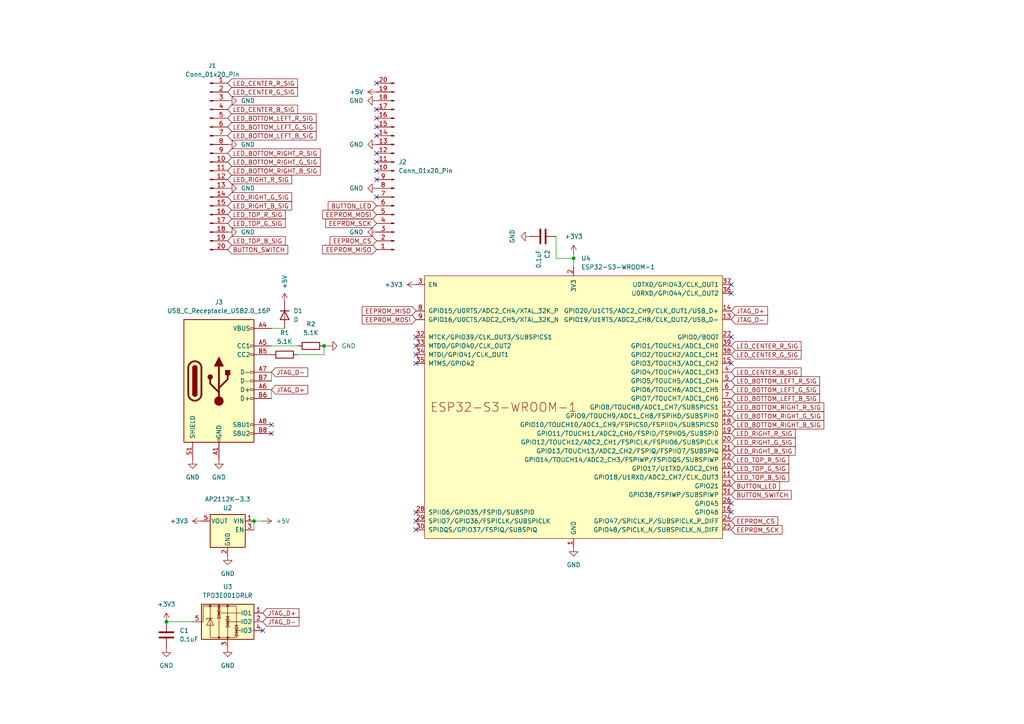
<source format=kicad_sch>
(kicad_sch (version 20231120) (generator "eeschema") (generator_version "8.0")
  (paper "A4")
  (lib_symbols
    (symbol "Connector:Conn_01x20_Pin" (pin_names (offset 1.016) hide)
      (property "Reference" "J" (at 0 25.4 0))
      (property "Value" "Conn_01x20_Pin" (at 0 -27.94 0))
      (symbol "Conn_01x20_Pin_1_1"
        (polyline (pts (xy 1.27 -25.4) (xy 0.8636 -25.4)) (stroke (width 0.1524)))
        (polyline (pts (xy 1.27 -22.86) (xy 0.8636 -22.86)) (stroke (width 0.1524)))
        (polyline (pts (xy 1.27 -20.32) (xy 0.8636 -20.32)) (stroke (width 0.1524)))
        (polyline (pts (xy 1.27 -17.78) (xy 0.8636 -17.78)) (stroke (width 0.1524)))
        (polyline (pts (xy 1.27 -15.24) (xy 0.8636 -15.24)) (stroke (width 0.1524)))
        (polyline (pts (xy 1.27 -12.7) (xy 0.8636 -12.7)) (stroke (width 0.1524)))
        (polyline (pts (xy 1.27 -10.16) (xy 0.8636 -10.16)) (stroke (width 0.1524)))
        (polyline (pts (xy 1.27 -7.62) (xy 0.8636 -7.62)) (stroke (width 0.1524)))
        (polyline (pts (xy 1.27 -5.08) (xy 0.8636 -5.08)) (stroke (width 0.1524)))
        (polyline (pts (xy 1.27 -2.54) (xy 0.8636 -2.54)) (stroke (width 0.1524)))
        (polyline (pts (xy 1.27 0) (xy 0.8636 0)) (stroke (width 0.1524)))
        (polyline (pts (xy 1.27 2.54) (xy 0.8636 2.54)) (stroke (width 0.1524)))
        (polyline (pts (xy 1.27 5.08) (xy 0.8636 5.08)) (stroke (width 0.1524)))
        (polyline (pts (xy 1.27 7.62) (xy 0.8636 7.62)) (stroke (width 0.1524)))
        (polyline (pts (xy 1.27 10.16) (xy 0.8636 10.16)) (stroke (width 0.1524)))
        (polyline (pts (xy 1.27 12.7) (xy 0.8636 12.7)) (stroke (width 0.1524)))
        (polyline (pts (xy 1.27 15.24) (xy 0.8636 15.24)) (stroke (width 0.1524)))
        (polyline (pts (xy 1.27 17.78) (xy 0.8636 17.78)) (stroke (width 0.1524)))
        (polyline (pts (xy 1.27 20.32) (xy 0.8636 20.32)) (stroke (width 0.1524)))
        (polyline (pts (xy 1.27 22.86) (xy 0.8636 22.86)) (stroke (width 0.1524)))
        (rectangle (start 0.8636 -25.273) (end 0 -25.527) (stroke (width 0.1524)) (fill (type outline)))
        (rectangle (start 0.8636 -22.733) (end 0 -22.987) (stroke (width 0.1524)) (fill (type outline)))
        (rectangle (start 0.8636 -20.193) (end 0 -20.447) (stroke (width 0.1524)) (fill (type outline)))
        (rectangle (start 0.8636 -17.653) (end 0 -17.907) (stroke (width 0.1524)) (fill (type outline)))
        (rectangle (start 0.8636 -15.113) (end 0 -15.367) (stroke (width 0.1524)) (fill (type outline)))
        (rectangle (start 0.8636 -12.573) (end 0 -12.827) (stroke (width 0.1524)) (fill (type outline)))
        (rectangle (start 0.8636 -10.033) (end 0 -10.287) (stroke (width 0.1524)) (fill (type outline)))
        (rectangle (start 0.8636 -7.493) (end 0 -7.747) (stroke (width 0.1524)) (fill (type outline)))
        (rectangle (start 0.8636 -4.953) (end 0 -5.207) (stroke (width 0.1524)) (fill (type outline)))
        (rectangle (start 0.8636 -2.413) (end 0 -2.667) (stroke (width 0.1524)) (fill (type outline)))
        (rectangle (start 0.8636 0.127) (end 0 -0.127) (stroke (width 0.1524)) (fill (type outline)))
        (rectangle (start 0.8636 2.667) (end 0 2.413) (stroke (width 0.1524)) (fill (type outline)))
        (rectangle (start 0.8636 5.207) (end 0 4.953) (stroke (width 0.1524)) (fill (type outline)))
        (rectangle (start 0.8636 7.747) (end 0 7.493) (stroke (width 0.1524)) (fill (type outline)))
        (rectangle (start 0.8636 10.287) (end 0 10.033) (stroke (width 0.1524)) (fill (type outline)))
        (rectangle (start 0.8636 12.827) (end 0 12.573) (stroke (width 0.1524)) (fill (type outline)))
        (rectangle (start 0.8636 15.367) (end 0 15.113) (stroke (width 0.1524)) (fill (type outline)))
        (rectangle (start 0.8636 17.907) (end 0 17.653) (stroke (width 0.1524)) (fill (type outline)))
        (rectangle (start 0.8636 20.447) (end 0 20.193) (stroke (width 0.1524)) (fill (type outline)))
        (rectangle (start 0.8636 22.987) (end 0 22.733) (stroke (width 0.1524)) (fill (type outline)))
        (pin passive line (at 5.08 22.86 180) (length 3.81) (name "Pin_1") (number "1"))
        (pin passive line (at 5.08 0 180) (length 3.81) (name "Pin_10") (number "10"))
        (pin passive line (at 5.08 -2.54 180) (length 3.81) (name "Pin_11") (number "11"))
        (pin passive line (at 5.08 -5.08 180) (length 3.81) (name "Pin_12") (number "12"))
        (pin passive line (at 5.08 -7.62 180) (length 3.81) (name "Pin_13") (number "13"))
        (pin passive line (at 5.08 -10.16 180) (length 3.81) (name "Pin_14") (number "14"))
        (pin passive line (at 5.08 -12.7 180) (length 3.81) (name "Pin_15") (number "15"))
        (pin passive line (at 5.08 -15.24 180) (length 3.81) (name "Pin_16") (number "16"))
        (pin passive line (at 5.08 -17.78 180) (length 3.81) (name "Pin_17") (number "17"))
        (pin passive line (at 5.08 -20.32 180) (length 3.81) (name "Pin_18") (number "18"))
        (pin passive line (at 5.08 -22.86 180) (length 3.81) (name "Pin_19") (number "19"))
        (pin passive line (at 5.08 20.32 180) (length 3.81) (name "Pin_2") (number "2"))
        (pin passive line (at 5.08 -25.4 180) (length 3.81) (name "Pin_20") (number "20"))
        (pin passive line (at 5.08 17.78 180) (length 3.81) (name "Pin_3") (number "3"))
        (pin passive line (at 5.08 15.24 180) (length 3.81) (name "Pin_4") (number "4"))
        (pin passive line (at 5.08 12.7 180) (length 3.81) (name "Pin_5") (number "5"))
        (pin passive line (at 5.08 10.16 180) (length 3.81) (name "Pin_6") (number "6"))
        (pin passive line (at 5.08 7.62 180) (length 3.81) (name "Pin_7") (number "7"))
        (pin passive line (at 5.08 5.08 180) (length 3.81) (name "Pin_8") (number "8"))
        (pin passive line (at 5.08 2.54 180) (length 3.81) (name "Pin_9") (number "9"))
      )
    )
    (symbol "Connector:USB_C_Receptacle_USB2.0_16P" (pin_names (offset 1.016))
      (property "Reference" "J" (at 0 22.225 0))
      (property "Value" "USB_C_Receptacle_USB2.0_16P" (at 0 19.685 0))
      (symbol "USB_C_Receptacle_USB2.0_16P_0_0"
        (rectangle (start -0.254 -17.78) (end 0.254 -16.764))
        (rectangle (start 10.16 -14.986) (end 9.144 -15.494))
        (rectangle (start 10.16 -12.446) (end 9.144 -12.954))
        (rectangle (start 10.16 -4.826) (end 9.144 -5.334))
        (rectangle (start 10.16 -2.286) (end 9.144 -2.794))
        (rectangle (start 10.16 0.254) (end 9.144 -0.254))
        (rectangle (start 10.16 2.794) (end 9.144 2.286))
        (rectangle (start 10.16 7.874) (end 9.144 7.366))
        (rectangle (start 10.16 10.414) (end 9.144 9.906))
        (rectangle (start 10.16 15.494) (end 9.144 14.986))
      )
      (symbol "USB_C_Receptacle_USB2.0_16P_0_1"
        (rectangle (start -10.16 17.78) (end 10.16 -17.78) (stroke (width 0.254)) (fill (type background)))
        (arc (start -8.89 -3.81) (mid -6.985 -5.7067) (end -5.08 -3.81) (stroke (width 0.508)))
        (arc (start -7.62 -3.81) (mid -6.985 -4.4423) (end -6.35 -3.81) (stroke (width 0.254)))
        (arc (start -7.62 -3.81) (mid -6.985 -4.4423) (end -6.35 -3.81) (stroke (width 0.254)) (fill (type outline)))
        (rectangle (start -7.62 -3.81) (end -6.35 3.81) (stroke (width 0.254)) (fill (type outline)))
        (arc (start -6.35 3.81) (mid -6.985 4.4423) (end -7.62 3.81) (stroke (width 0.254)))
        (arc (start -6.35 3.81) (mid -6.985 4.4423) (end -7.62 3.81) (stroke (width 0.254)) (fill (type outline)))
        (arc (start -5.08 3.81) (mid -6.985 5.7067) (end -8.89 3.81) (stroke (width 0.508)))
        (circle (center -2.54 1.143) (radius 0.635) (stroke (width 0.254)) (fill (type outline)))
        (circle (center 0 -5.842) (radius 1.27) (fill (type outline)))
        (polyline (pts (xy -8.89 -3.81) (xy -8.89 3.81)) (stroke (width 0.508)))
        (polyline (pts (xy -5.08 3.81) (xy -5.08 -3.81)) (stroke (width 0.508)))
        (polyline (pts (xy 0 -5.842) (xy 0 4.318)) (stroke (width 0.508)))
        (polyline (pts (xy 0 -3.302) (xy -2.54 -0.762) (xy -2.54 0.508)) (stroke (width 0.508)))
        (polyline (pts (xy 0 -2.032) (xy 2.54 0.508) (xy 2.54 1.778)) (stroke (width 0.508)))
        (polyline (pts (xy -1.27 4.318) (xy 0 6.858) (xy 1.27 4.318) (xy -1.27 4.318)) (stroke (width 0.254)) (fill (type outline)))
        (rectangle (start 1.905 1.778) (end 3.175 3.048) (stroke (width 0.254)) (fill (type outline)))
      )
      (symbol "USB_C_Receptacle_USB2.0_16P_1_1"
        (pin passive line (at 0 -22.86 90) (length 5.08) (name "GND") (number "A1"))
        (pin passive line (at 0 -22.86 90) (length 5.08) hide (name "GND") (number "A12"))
        (pin passive line (at 15.24 15.24 180) (length 5.08) (name "VBUS") (number "A4"))
        (pin bidirectional line (at 15.24 10.16 180) (length 5.08) (name "CC1") (number "A5"))
        (pin bidirectional line (at 15.24 -2.54 180) (length 5.08) (name "D+") (number "A6"))
        (pin bidirectional line (at 15.24 2.54 180) (length 5.08) (name "D-") (number "A7"))
        (pin bidirectional line (at 15.24 -12.7 180) (length 5.08) (name "SBU1") (number "A8"))
        (pin passive line (at 15.24 15.24 180) (length 5.08) hide (name "VBUS") (number "A9"))
        (pin passive line (at 0 -22.86 90) (length 5.08) hide (name "GND") (number "B1"))
        (pin passive line (at 0 -22.86 90) (length 5.08) hide (name "GND") (number "B12"))
        (pin passive line (at 15.24 15.24 180) (length 5.08) hide (name "VBUS") (number "B4"))
        (pin bidirectional line (at 15.24 7.62 180) (length 5.08) (name "CC2") (number "B5"))
        (pin bidirectional line (at 15.24 -5.08 180) (length 5.08) (name "D+") (number "B6"))
        (pin bidirectional line (at 15.24 0 180) (length 5.08) (name "D-") (number "B7"))
        (pin bidirectional line (at 15.24 -15.24 180) (length 5.08) (name "SBU2") (number "B8"))
        (pin passive line (at 15.24 15.24 180) (length 5.08) hide (name "VBUS") (number "B9"))
        (pin passive line (at -7.62 -22.86 90) (length 5.08) (name "SHIELD") (number "S1"))
      )
    )
    (symbol "Device:C" (pin_numbers hide) (pin_names (offset 0.254))
      (property "Reference" "C" (at 0.635 2.54 0))
      (property "Value" "C" (at 0.635 -2.54 0))
      (symbol "C_0_1"
        (polyline (pts (xy -2.032 -0.762) (xy 2.032 -0.762)) (stroke (width 0.508)))
        (polyline (pts (xy -2.032 0.762) (xy 2.032 0.762)) (stroke (width 0.508)))
      )
      (symbol "C_1_1"
        (pin passive line (at 0 3.81 270) (length 2.794) (name "~") (number "1"))
        (pin passive line (at 0 -3.81 90) (length 2.794) (name "~") (number "2"))
      )
    )
    (symbol "Device:D" (pin_numbers hide) (pin_names (offset 1.016) hide)
      (property "Reference" "D" (at 0 2.54 0))
      (property "Value" "D" (at 0 -2.54 0))
      (symbol "D_0_1"
        (polyline (pts (xy -1.27 1.27) (xy -1.27 -1.27)) (stroke (width 0.254)))
        (polyline (pts (xy 1.27 0) (xy -1.27 0)))
        (polyline (pts (xy 1.27 1.27) (xy 1.27 -1.27) (xy -1.27 0) (xy 1.27 1.27)) (stroke (width 0.254)))
      )
      (symbol "D_1_1"
        (pin passive line (at -3.81 0 0) (length 2.54) (name "K") (number "1"))
        (pin passive line (at 3.81 0 180) (length 2.54) (name "A") (number "2"))
      )
    )
    (symbol "Device:R" (pin_numbers hide) (pin_names (offset 0))
      (property "Reference" "R" (at 2.032 0 90))
      (property "Value" "R" (at 0 0 90))
      (symbol "R_0_1"
        (rectangle (start -1.016 -2.54) (end 1.016 2.54) (stroke (width 0.254)))
      )
      (symbol "R_1_1"
        (pin passive line (at 0 3.81 270) (length 1.27) (name "~") (number "1"))
        (pin passive line (at 0 -3.81 90) (length 1.27) (name "~") (number "2"))
      )
    )
    (symbol "PCM_Espressif:ESP32-S3-WROOM-1" (pin_names (offset 1.016))
      (property "Reference" "U" (at -43.18 43.18 0))
      (property "Value" "ESP32-S3-WROOM-1" (at -43.18 40.64 0))
      (symbol "ESP32-S3-WROOM-1_0_0"
        (text "ESP32-S3-WROOM-1" (at -20.32 0 0) (effects (font (size 2.54 2.54))))
        (pin power_in line (at 0 -40.64 90) (length 2.54) (name "GND") (number "1"))
        (pin bidirectional line (at 45.72 -17.78 180) (length 2.54) (name "GPIO17/U1TXD/ADC2_CH6") (number "10"))
        (pin bidirectional line (at 45.72 -20.32 180) (length 2.54) (name "GPIO18/U1RXD/ADC2_CH7/CLK_OUT3") (number "11"))
        (pin bidirectional line (at 45.72 0 180) (length 2.54) (name "GPIO8/TOUCH8/ADC1_CH7/SUBSPICS1") (number "12"))
        (pin bidirectional line (at 45.72 25.4 180) (length 2.54) (name "GPIO19/U1RTS/ADC2_CH8/CLK_OUT2/USB_D-") (number "13"))
        (pin bidirectional line (at 45.72 27.94 180) (length 2.54) (name "GPIO20/U1CTS/ADC2_CH9/CLK_OUT1/USB_D+") (number "14"))
        (pin bidirectional line (at 45.72 12.7 180) (length 2.54) (name "GPIO3/TOUCH3/ADC1_CH2") (number "15"))
        (pin bidirectional line (at 45.72 -30.48 180) (length 2.54) (name "GPIO46") (number "16"))
        (pin bidirectional line (at 45.72 -2.54 180) (length 2.54) (name "GPIO9/TOUCH9/ADC1_CH8/FSPIHD/SUBSPIHD") (number "17"))
        (pin bidirectional line (at 45.72 -5.08 180) (length 2.54) (name "GPIO10/TOUCH10/ADC1_CH9/FSPICS0/FSPIIO4/SUBSPICS0") (number "18"))
        (pin bidirectional line (at 45.72 -7.62 180) (length 2.54) (name "GPIO11/TOUCH11/ADC2_CH0/FSPID/FSPIIO5/SUBSPID") (number "19"))
        (pin power_in line (at 0 40.64 270) (length 2.54) (name "3V3") (number "2"))
        (pin bidirectional line (at 45.72 -10.16 180) (length 2.54) (name "GPIO12/TOUCH12/ADC2_CH1/FSPICLK/FSPIIO6/SUBSPICLK") (number "20"))
        (pin bidirectional line (at 45.72 -12.7 180) (length 2.54) (name "GPIO13/TOUCH13/ADC2_CH2/FSPIQ/FSPIIO7/SUBSPIQ") (number "21"))
        (pin bidirectional line (at 45.72 -15.24 180) (length 2.54) (name "GPIO14/TOUCH14/ADC2_CH3/FSPIWP/FSPIDQS/SUBSPIWP") (number "22"))
        (pin bidirectional line (at 45.72 -22.86 180) (length 2.54) (name "GPIO21") (number "23"))
        (pin bidirectional line (at 45.72 -33.02 180) (length 2.54) (name "GPIO47/SPICLK_P/SUBSPICLK_P_DIFF") (number "24"))
        (pin bidirectional line (at 45.72 -35.56 180) (length 2.54) (name "GPIO48/SPICLK_N/SUBSPICLK_N_DIFF") (number "25"))
        (pin bidirectional line (at 45.72 -27.94 180) (length 2.54) (name "GPIO45") (number "26"))
        (pin bidirectional line (at 45.72 20.32 180) (length 2.54) (name "GPIO0/BOOT") (number "27"))
        (pin bidirectional line (at -45.72 -30.48 0) (length 2.54) (name "SPIIO6/GPIO35/FSPID/SUBSPID") (number "28"))
        (pin bidirectional line (at -45.72 -33.02 0) (length 2.54) (name "SPIIO7/GPIO36/FSPICLK/SUBSPICLK") (number "29"))
        (pin input line (at -45.72 35.56 0) (length 2.54) (name "EN") (number "3"))
        (pin bidirectional line (at -45.72 -35.56 0) (length 2.54) (name "SPIDQS/GPIO37/FSPIQ/SUBSPIQ") (number "30"))
        (pin bidirectional line (at 45.72 -25.4 180) (length 2.54) (name "GPIO38/FSPIWP/SUBSPIWP") (number "31"))
        (pin bidirectional line (at -45.72 20.32 0) (length 2.54) (name "MTCK/GPIO39/CLK_OUT3/SUBSPICS1") (number "32"))
        (pin bidirectional line (at -45.72 17.78 0) (length 2.54) (name "MTDO/GPIO40/CLK_OUT2") (number "33"))
        (pin bidirectional line (at -45.72 15.24 0) (length 2.54) (name "MTDI/GPIO41/CLK_OUT1") (number "34"))
        (pin bidirectional line (at -45.72 12.7 0) (length 2.54) (name "MTMS/GPIO42") (number "35"))
        (pin bidirectional line (at 45.72 33.02 180) (length 2.54) (name "U0RXD/GPIO44/CLK_OUT2") (number "36"))
        (pin bidirectional line (at 45.72 35.56 180) (length 2.54) (name "U0TXD/GPIO43/CLK_OUT1") (number "37"))
        (pin bidirectional line (at 45.72 15.24 180) (length 2.54) (name "GPIO2/TOUCH2/ADC1_CH1") (number "38"))
        (pin bidirectional line (at 45.72 17.78 180) (length 2.54) (name "GPIO1/TOUCH1/ADC1_CH0") (number "39"))
        (pin bidirectional line (at 45.72 10.16 180) (length 2.54) (name "GPIO4/TOUCH4/ADC1_CH3") (number "4"))
        (pin passive line (at 0 -40.64 90) (length 2.54) hide (name "GND") (number "40"))
        (pin passive line (at 0 -40.64 90) (length 2.54) hide (name "GND") (number "41"))
        (pin bidirectional line (at 45.72 7.62 180) (length 2.54) (name "GPIO5/TOUCH5/ADC1_CH4") (number "5"))
        (pin bidirectional line (at 45.72 5.08 180) (length 2.54) (name "GPIO6/TOUCH6/ADC1_CH5") (number "6"))
        (pin bidirectional line (at 45.72 2.54 180) (length 2.54) (name "GPIO7/TOUCH7/ADC1_CH6") (number "7"))
        (pin bidirectional line (at -45.72 27.94 0) (length 2.54) (name "GPIO15/U0RTS/ADC2_CH4/XTAL_32K_P") (number "8"))
        (pin bidirectional line (at -45.72 25.4 0) (length 2.54) (name "GPIO16/U0CTS/ADC2_CH5/XTAL_32K_N") (number "9"))
      )
      (symbol "ESP32-S3-WROOM-1_0_1"
        (rectangle (start -43.18 38.1) (end 43.18 -38.1) (fill (type background)))
      )
    )
    (symbol "Power_Protection:TPD3E001DRLR"
      (property "Reference" "U" (at -5.08 6.35 0))
      (property "Value" "TPD3E001DRLR" (at 8.89 -7.62 0))
      (symbol "TPD3E001DRLR_0_1"
        (rectangle (start -7.62 5.08) (end 7.62 -5.08) (stroke (width 0.254)) (fill (type background)))
        (circle (center -5.08 4.572) (radius 0.254) (fill (type outline)))
        (circle (center -2.54 -4.572) (radius 0.254) (fill (type outline)))
        (circle (center -2.54 2.54) (radius 0.254) (fill (type outline)))
        (circle (center -2.54 4.572) (radius 0.254) (fill (type outline)))
        (circle (center 0 -4.572) (radius 0.254) (fill (type outline)))
        (polyline (pts (xy -2.54 2.54) (xy 3.81 2.54)))
        (polyline (pts (xy -2.54 4.572) (xy -2.54 -4.572)))
        (polyline (pts (xy -2.032 2.032) (xy -3.048 2.032)))
        (polyline (pts (xy -2.032 4.064) (xy -3.048 4.064)))
        (polyline (pts (xy 0 -5.08) (xy 0 4.572)))
        (polyline (pts (xy 0 0) (xy 3.81 0)))
        (polyline (pts (xy 0.508 -0.508) (xy -0.508 -0.508)))
        (polyline (pts (xy 0.508 1.524) (xy -0.508 1.524)))
        (polyline (pts (xy 2.54 -2.54) (xy 3.81 -2.54)))
        (polyline (pts (xy 3.048 -3.048) (xy 2.032 -3.048)))
        (polyline (pts (xy 3.048 -1.016) (xy 2.032 -1.016)))
        (polyline (pts (xy -4.318 1.016) (xy -6.096 1.016) (xy -6.096 0.508)))
        (polyline (pts (xy -7.62 0) (xy -7.112 0) (xy -7.112 4.572) (xy -5.08 4.572)))
        (polyline (pts (xy -5.08 1.016) (xy -6.096 -1.016) (xy -4.064 -1.016) (xy -5.08 1.016)))
        (polyline (pts (xy -2.54 2.032) (xy -3.048 1.016) (xy -2.032 1.016) (xy -2.54 2.032)))
        (polyline (pts (xy -2.54 4.064) (xy -3.048 3.048) (xy -2.032 3.048) (xy -2.54 4.064)))
        (polyline (pts (xy 0 -0.508) (xy -0.508 -1.524) (xy 0.508 -1.524) (xy 0 -0.508)))
        (polyline (pts (xy 0 1.524) (xy -0.508 0.508) (xy 0.508 0.508) (xy 0 1.524)))
        (polyline (pts (xy 2.54 -3.048) (xy 2.032 -4.064) (xy 3.048 -4.064) (xy 2.54 -3.048)))
        (polyline (pts (xy 2.54 -1.016) (xy 2.032 -2.032) (xy 3.048 -2.032) (xy 2.54 -1.016)))
        (circle (center 0 0) (radius 0.254) (fill (type outline)))
        (circle (center 0 4.572) (radius 0.254) (fill (type outline)))
        (rectangle (start 2.54 -4.572) (end -5.08 4.572))
        (circle (center 2.54 -2.54) (radius 0.254) (fill (type outline)))
      )
      (symbol "TPD3E001DRLR_1_1"
        (pin passive line (at 10.16 2.54 180) (length 2.54) (name "IO1") (number "1"))
        (pin passive line (at 10.16 0 180) (length 2.54) (name "IO2") (number "2"))
        (pin passive line (at 0 -7.62 90) (length 2.54) (name "~") (number "3"))
        (pin passive line (at 10.16 -2.54 180) (length 2.54) (name "IO3") (number "4"))
        (pin passive line (at -10.16 0 0) (length 2.54) (name "~") (number "5"))
      )
    )
    (symbol "Regulator_Linear:AP2112K-3.3" (pin_names (offset 0.254))
      (property "Reference" "U" (at -5.08 5.715 0))
      (property "Value" "AP2112K-3.3" (at 0 5.715 0))
      (symbol "AP2112K-3.3_0_1"
        (rectangle (start -5.08 4.445) (end 5.08 -5.08) (stroke (width 0.254)) (fill (type background)))
      )
      (symbol "AP2112K-3.3_1_1"
        (pin power_in line (at -7.62 2.54 0) (length 2.54) (name "VIN") (number "1"))
        (pin power_in line (at 0 -7.62 90) (length 2.54) (name "GND") (number "2"))
        (pin input line (at -7.62 0 0) (length 2.54) (name "EN") (number "3"))
        (pin no_connect line (at 5.08 0 180) (length 2.54) hide (name "NC") (number "4"))
        (pin power_out line (at 7.62 2.54 180) (length 2.54) (name "VOUT") (number "5"))
      )
    )
    (symbol "power:+3V3" (power) (pin_numbers hide) (pin_names (offset 0) hide)
      (property "Value" "+3V3" (at 0 3.556 0))
      (symbol "+3V3_0_1"
        (polyline (pts (xy -0.762 1.27) (xy 0 2.54)))
        (polyline (pts (xy 0 0) (xy 0 2.54)))
        (polyline (pts (xy 0 2.54) (xy 0.762 1.27)))
      )
      (symbol "+3V3_1_1"
        (pin power_in line (at 0 0 90) (length 0) (name "~") (number "1"))
      )
    )
    (symbol "power:+5V" (power) (pin_numbers hide) (pin_names (offset 0) hide)
      (property "Value" "+5V" (at 0 3.556 0))
      (symbol "+5V_0_1"
        (polyline (pts (xy -0.762 1.27) (xy 0 2.54)))
        (polyline (pts (xy 0 0) (xy 0 2.54)))
        (polyline (pts (xy 0 2.54) (xy 0.762 1.27)))
      )
      (symbol "+5V_1_1"
        (pin power_in line (at 0 0 90) (length 0) (name "~") (number "1"))
      )
    )
    (symbol "power:GND" (power) (pin_numbers hide) (pin_names (offset 0) hide)
      (property "Value" "GND" (at 0 -3.81 0))
      (symbol "GND_0_1"
        (polyline (pts (xy 0 0) (xy 0 -1.27) (xy 1.27 -1.27) (xy 0 -2.54) (xy -1.27 -1.27) (xy 0 -1.27)))
      )
      (symbol "GND_1_1"
        (pin power_in line (at 0 0 270) (length 0) (name "~") (number "1"))
      )
    )
  )
  (junction (at 73.66 151.13))
  (junction (at 48.26 180.34))
  (junction (at 93.98 100.33))
  (junction (at 166.37 74.93))
  (no_connect (at 212.09 105.41))
  (no_connect (at 109.22 34.29))
  (no_connect (at 109.22 24.13))
  (no_connect (at 120.65 105.41))
  (no_connect (at 120.65 148.59))
  (no_connect (at 109.22 49.53))
  (no_connect (at 120.65 102.87))
  (no_connect (at 109.22 39.37))
  (no_connect (at 120.65 153.67))
  (no_connect (at 212.09 85.09))
  (no_connect (at 212.09 148.59))
  (no_connect (at 78.74 125.73))
  (no_connect (at 109.22 46.99))
  (no_connect (at 109.22 36.83))
  (no_connect (at 109.22 44.45))
  (no_connect (at 78.74 123.19))
  (no_connect (at 212.09 82.55))
  (no_connect (at 109.22 31.75))
  (no_connect (at 120.65 97.79))
  (no_connect (at 109.22 57.15))
  (no_connect (at 76.2 182.88))
  (no_connect (at 109.22 52.07))
  (no_connect (at 120.65 100.33))
  (no_connect (at 212.09 97.79))
  (no_connect (at 212.09 146.05))
  (no_connect (at 120.65 151.13))
  (wire (pts (xy 78.74 110.49) (xy 78.74 107.95)))
  (wire (pts (xy 86.36 100.33) (xy 78.74 100.33)))
  (wire (pts (xy 161.29 74.93) (xy 161.29 68.58)))
  (wire (pts (xy 166.37 74.93) (xy 161.29 74.93)))
  (wire (pts (xy 93.98 102.87) (xy 93.98 100.33)))
  (wire (pts (xy 48.26 180.34) (xy 55.88 180.34)))
  (wire (pts (xy 166.37 73.66) (xy 166.37 74.93)))
  (wire (pts (xy 73.66 151.13) (xy 76.2 151.13)))
  (wire (pts (xy 166.37 74.93) (xy 166.37 77.47)))
  (wire (pts (xy 78.74 95.25) (xy 82.55 95.25)))
  (wire (pts (xy 78.74 113.03) (xy 78.74 115.57)))
  (wire (pts (xy 95.25 100.33) (xy 93.98 100.33)))
  (wire (pts (xy 86.36 102.87) (xy 93.98 102.87)))
  (wire (pts (xy 73.66 151.13) (xy 73.66 153.67)))
  (global_label "LED_BOTTOM_LEFT_G_SIG" (shape input) (at 212.09 113.03 0) (property "Intersheetrefs" "${INTERSHEET_REFS}" (effects (hide yes))))
  (global_label "BUTTON_SWITCH" (shape input) (at 66.04 72.39 0) (property "Intersheetrefs" "${INTERSHEET_REFS}" (effects (hide yes))))
  (global_label "EEPROM_CS" (shape input) (at 109.22 69.85 180) (property "Intersheetrefs" "${INTERSHEET_REFS}" (effects (hide yes))))
  (global_label "LED_RIGHT_B_SIG" (shape input) (at 66.04 59.69 0) (property "Intersheetrefs" "${INTERSHEET_REFS}" (effects (hide yes))))
  (global_label "JTAG_D+" (shape input) (at 76.2 177.8 0) (property "Intersheetrefs" "${INTERSHEET_REFS}" (effects (hide yes))))
  (global_label "BUTTON_LED" (shape input) (at 109.22 59.69 180) (property "Intersheetrefs" "${INTERSHEET_REFS}" (effects (hide yes))))
  (global_label "LED_CENTER_R_SIG" (shape input) (at 66.04 24.13 0) (property "Intersheetrefs" "${INTERSHEET_REFS}" (effects (hide yes))))
  (global_label "EEPROM_MISO" (shape input) (at 109.22 72.39 180) (property "Intersheetrefs" "${INTERSHEET_REFS}" (effects (hide yes))))
  (global_label "BUTTON_SWITCH" (shape input) (at 223.52 248.92 0) (property "Intersheetrefs" "${INTERSHEET_REFS}" (effects (hide yes))))
  (global_label "LED_BOTTOM_LEFT_R_SIG" (shape input) (at 212.09 110.49 0) (property "Intersheetrefs" "${INTERSHEET_REFS}" (effects (hide yes))))
  (global_label "JTAG_D-" (shape input) (at 212.09 92.71 0) (property "Intersheetrefs" "${INTERSHEET_REFS}" (effects (hide yes))))
  (global_label "EEPROM_CS" (shape input) (at 212.09 151.13 0) (property "Intersheetrefs" "${INTERSHEET_REFS}" (effects (hide yes))))
  (global_label "EEPROM_SCK" (shape input) (at 109.22 64.77 180) (property "Intersheetrefs" "${INTERSHEET_REFS}" (effects (hide yes))))
  (global_label "LED_CENTER_B_SIG" (shape input) (at 212.09 107.95 0) (property "Intersheetrefs" "${INTERSHEET_REFS}" (effects (hide yes))))
  (global_label "JTAG_D-" (shape input) (at 78.74 107.95 0) (property "Intersheetrefs" "${INTERSHEET_REFS}" (effects (hide yes))))
  (global_label "EEPROM_MOSI" (shape input) (at 120.65 92.71 180) (property "Intersheetrefs" "${INTERSHEET_REFS}" (effects (hide yes))))
  (global_label "LED_BOTTOM_LEFT_G_SIG" (shape input) (at 66.04 36.83 0) (property "Intersheetrefs" "${INTERSHEET_REFS}" (effects (hide yes))))
  (global_label "JTAG_D+" (shape input) (at 78.74 113.03 0) (property "Intersheetrefs" "${INTERSHEET_REFS}" (effects (hide yes))))
  (global_label "LED_RIGHT_R_SIG" (shape input) (at 212.09 125.73 0) (property "Intersheetrefs" "${INTERSHEET_REFS}" (effects (hide yes))))
  (global_label "JTAG_D+" (shape input) (at 212.09 90.17 0) (property "Intersheetrefs" "${INTERSHEET_REFS}" (effects (hide yes))))
  (global_label "LED_BOTTOM_LEFT_B_SIG" (shape input) (at 212.09 115.57 0) (property "Intersheetrefs" "${INTERSHEET_REFS}" (effects (hide yes))))
  (global_label "LED_RIGHT_B_SIG" (shape input) (at 212.09 130.81 0) (property "Intersheetrefs" "${INTERSHEET_REFS}" (effects (hide yes))))
  (global_label "BUTTON_SWITCH" (shape input) (at 212.09 143.51 0) (property "Intersheetrefs" "${INTERSHEET_REFS}" (effects (hide yes))))
  (global_label "LED_TOP_R_SIG" (shape input) (at 212.09 133.35 0) (property "Intersheetrefs" "${INTERSHEET_REFS}" (effects (hide yes))))
  (global_label "LED_CENTER_B_SIG" (shape input) (at 66.04 31.75 0) (property "Intersheetrefs" "${INTERSHEET_REFS}" (effects (hide yes))))
  (global_label "EEPROM_SCK" (shape input) (at 212.09 153.67 0) (property "Intersheetrefs" "${INTERSHEET_REFS}" (effects (hide yes))))
  (global_label "EEPROM_MISO" (shape input) (at 120.65 90.17 180) (property "Intersheetrefs" "${INTERSHEET_REFS}" (effects (hide yes))))
  (global_label "LED_BOTTOM_RIGHT_B_SIG" (shape input) (at 212.09 123.19 0) (property "Intersheetrefs" "${INTERSHEET_REFS}" (effects (hide yes))))
  (global_label "LED_BOTTOM_LEFT_B_SIG" (shape input) (at 66.04 39.37 0) (property "Intersheetrefs" "${INTERSHEET_REFS}" (effects (hide yes))))
  (global_label "LED_TOP_G_SIG" (shape input) (at 212.09 135.89 0) (property "Intersheetrefs" "${INTERSHEET_REFS}" (effects (hide yes))))
  (global_label "JTAG_D-" (shape input) (at 76.2 180.34 0) (property "Intersheetrefs" "${INTERSHEET_REFS}" (effects (hide yes))))
  (global_label "LED_CENTER_R_SIG" (shape input) (at 212.09 100.33 0) (property "Intersheetrefs" "${INTERSHEET_REFS}" (effects (hide yes))))
  (global_label "LED_CENTER_G_SIG" (shape input) (at 66.04 26.67 0) (property "Intersheetrefs" "${INTERSHEET_REFS}" (effects (hide yes))))
  (global_label "LED_TOP_B_SIG" (shape input) (at 66.04 69.85 0) (property "Intersheetrefs" "${INTERSHEET_REFS}" (effects (hide yes))))
  (global_label "LED_BOTTOM_RIGHT_G_SIG" (shape input) (at 212.09 120.65 0) (property "Intersheetrefs" "${INTERSHEET_REFS}" (effects (hide yes))))
  (global_label "LED_BOTTOM_RIGHT_G_SIG" (shape input) (at 66.04 46.99 0) (property "Intersheetrefs" "${INTERSHEET_REFS}" (effects (hide yes))))
  (global_label "LED_BOTTOM_RIGHT_B_SIG" (shape input) (at 66.04 49.53 0) (property "Intersheetrefs" "${INTERSHEET_REFS}" (effects (hide yes))))
  (global_label "LED_CENTER_G_SIG" (shape input) (at 212.09 102.87 0) (property "Intersheetrefs" "${INTERSHEET_REFS}" (effects (hide yes))))
  (global_label "LED_BOTTOM_RIGHT_R_SIG" (shape input) (at 66.04 44.45 0) (property "Intersheetrefs" "${INTERSHEET_REFS}" (effects (hide yes))))
  (global_label "LED_TOP_B_SIG" (shape input) (at 212.09 138.43 0) (property "Intersheetrefs" "${INTERSHEET_REFS}" (effects (hide yes))))
  (global_label "LED_BOTTOM_LEFT_R_SIG" (shape input) (at 66.04 34.29 0) (property "Intersheetrefs" "${INTERSHEET_REFS}" (effects (hide yes))))
  (global_label "BUTTON_LED" (shape input) (at 212.09 140.97 0) (property "Intersheetrefs" "${INTERSHEET_REFS}" (effects (hide yes))))
  (global_label "EEPROM_MOSI" (shape input) (at 109.22 62.23 180) (property "Intersheetrefs" "${INTERSHEET_REFS}" (effects (hide yes))))
  (global_label "LED_TOP_G_SIG" (shape input) (at 66.04 64.77 0) (property "Intersheetrefs" "${INTERSHEET_REFS}" (effects (hide yes))))
  (global_label "LED_BOTTOM_RIGHT_R_SIG" (shape input) (at 212.09 118.11 0) (property "Intersheetrefs" "${INTERSHEET_REFS}" (effects (hide yes))))
  (global_label "LED_TOP_R_SIG" (shape input) (at 66.04 62.23 0) (property "Intersheetrefs" "${INTERSHEET_REFS}" (effects (hide yes))))
  (global_label "LED_RIGHT_G_SIG" (shape input) (at 212.09 128.27 0) (property "Intersheetrefs" "${INTERSHEET_REFS}" (effects (hide yes))))
  (global_label "LED_RIGHT_G_SIG" (shape input) (at 66.04 57.15 0) (property "Intersheetrefs" "${INTERSHEET_REFS}" (effects (hide yes))))
  (global_label "LED_RIGHT_R_SIG" (shape input) (at 66.04 52.07 0) (property "Intersheetrefs" "${INTERSHEET_REFS}" (effects (hide yes))))
  (symbol (lib_id "Device:R") (at 90.17 100.33 90) (unit 1)
    (property "Reference" "R2" (at 90.17 93.98 90))
    (property "Value" "5.1K" (at 90.17 96.52 90))
    (property "Footprint" "Resistor_SMD:R_0402_1005Metric" (effects (hide yes)))
    (property "Description" "Resistor" (effects (hide yes)))
  )
  (symbol (lib_id "power:GND") (at 109.22 67.31 270) (unit 1)
    (property "Reference" "#PWR022" (effects (hide yes)))
    (property "Value" "GND" (at 105.41 67.3099 90) (effects (justify right)))
    (property "Description" "Power symbol creates a global label with name \"GND\" , ground" (effects (hide yes)))
  )
  (symbol (lib_id "Connector:Conn_01x20_Pin") (at 114.3 49.53 180) (unit 1)
    (property "Reference" "J2" (at 115.57 46.9899 0) (effects (justify right)))
    (property "Value" "Conn_01x20_Pin" (at 115.57 49.5299 0) (effects (justify right)))
    (property "Footprint" "Connector_PinHeader_2.54mm:PinHeader_1x20_P2.54mm_Vertical" (effects (hide yes)))
    (property "Description" "Generic connector, single row, 01x20, script generated" (effects (hide yes)))
  )
  (symbol (lib_id "power:+5V") (at 109.22 26.67 90) (unit 1)
    (property "Reference" "#PWR013" (effects (hide yes)))
    (property "Value" "+5V" (at 105.41 26.6699 90) (effects (justify left)))
    (property "Description" "Power symbol creates a global label with name \"+5V\"" (effects (hide yes)))
  )
  (symbol (lib_id "power:+5V") (at 76.2 151.13 270) (unit 1)
    (property "Reference" "#PWR012" (effects (hide yes)))
    (property "Value" "+5V" (at 80.01 151.1299 90) (effects (justify left)))
    (property "Description" "Power symbol creates a global label with name \"+5V\"" (effects (hide yes)))
  )
  (symbol (lib_id "power:+3V3") (at 166.37 73.66 0) (unit 1)
    (property "Reference" "#PWR015" (effects (hide yes)))
    (property "Value" "+3V3" (at 166.37 68.58 0))
    (property "Description" "Power symbol creates a global label with name \"+3V3\"" (effects (hide yes)))
  )
  (symbol (lib_id "Device:C") (at 157.48 68.58 270) (unit 1)
    (property "Reference" "C2" (at 158.7501 72.39 0) (effects (justify left)))
    (property "Value" "0.1uF" (at 156.2101 72.39 0) (effects (justify left)))
    (property "Footprint" "Capacitor_SMD:C_0402_1005Metric" (effects (hide yes)))
    (property "Description" "Unpolarized capacitor" (effects (hide yes)))
  )
  (symbol (lib_id "Power_Protection:TPD3E001DRLR") (at 66.04 180.34 0) (unit 1)
    (property "Reference" "U3" (at 66.04 170.18 0))
    (property "Value" "TPD3E001DRLR" (at 66.04 172.72 0))
    (property "Footprint" "Package_TO_SOT_SMD:SOT-553" (effects (hide yes)))
    (property "Datasheet" "http://www.ti.com/lit/ds/symlink/tpd3e001.pdf" (effects (hide yes)))
    (property "Description" "TPD3E001 Low-Capacitance 3-Channel ESD-Protection for High-Speed Data Interfaces" (effects (hide yes)))
    (property "LCSC" "C470828" (effects (hide yes)))
  )
  (symbol (lib_id "power:GND") (at 66.04 67.31 90) (unit 1)
    (property "Reference" "#PWR019" (effects (hide yes)))
    (property "Value" "GND" (at 69.85 67.3099 90) (effects (justify right)))
    (property "Description" "Power symbol creates a global label with name \"GND\" , ground" (effects (hide yes)))
  )
  (symbol (lib_id "PCM_Espressif:ESP32-S3-WROOM-1") (at 166.37 118.11 0) (unit 1)
    (property "Reference" "U4" (at 168.5641 74.93 0) (effects (justify left)))
    (property "Value" "ESP32-S3-WROOM-1" (at 168.5641 77.47 0) (effects (justify left)))
    (property "Footprint" "PCM_Espressif:ESP32-S3-WROOM-1" (effects (hide yes)))
    (property "Datasheet" "https://www.espressif.com/sites/default/files/documentation/esp32-s3-wroom-1_wroom-1u_datasheet_en.pdf" (effects (hide yes)))
    (property "Description" "2.4 GHz WiFi (802.11 b/g/n) and Bluetooth ® 5 (LE) module Built around ESP32S3 series of SoCs, Xtensa ® dualcore 32bit LX7 microprocessor Flash up to 16 MB, PSRAM up to 8 MB 36 GPIOs, rich set of peripherals Onboard PCB antenna" (effects (hide yes)))
  )
  (symbol (lib_id "Connector:USB_C_Receptacle_USB2.0_16P") (at 63.5 110.49 0) (unit 1)
    (property "Reference" "J3" (at 63.5 87.63 0))
    (property "Value" "USB_C_Receptacle_USB2.0_16P" (at 63.5 90.17 0))
    (property "Footprint" "Connector_USB:USB_C_Receptacle_GCT_USB4105-xx-A_16P_TopMnt_Horizontal" (effects (hide yes)))
    (property "Datasheet" "https://www.usb.org/sites/default/files/documents/usb_type-c.zip" (effects (hide yes)))
    (property "Description" "USB 2.0-only 16P Type-C Receptacle connector" (effects (hide yes)))
    (property "LCSC" "C2835315" (effects (hide yes)))
    (property "JLCPosOffset" "0,1.4" (effects (hide yes)))
  )
  (symbol (lib_id "Device:D") (at 82.55 91.44 90) (mirror x) (unit 1)
    (property "Reference" "D1" (at 85.09 90.1699 90) (effects (justify right)))
    (property "Value" "D" (at 85.09 92.7099 90) (effects (justify right)))
    (property "Footprint" "Diode_SMD:D_SOD-323" (effects (hide yes)))
    (property "Description" "Diode" (effects (hide yes)))
    (property "Sim.Device" "D" (effects (hide yes)))
    (property "Sim.Pins" "1=K 2=A" (effects (hide yes)))
    (property "LCSC" "C78740" (effects (hide yes)))
  )
  (symbol (lib_id "power:GND") (at 66.04 54.61 90) (unit 1)
    (property "Reference" "#PWR018" (effects (hide yes)))
    (property "Value" "GND" (at 69.85 54.6099 90) (effects (justify right)))
    (property "Description" "Power symbol creates a global label with name \"GND\" , ground" (effects (hide yes)))
  )
  (symbol (lib_id "power:GND") (at 55.88 133.35 0) (unit 1)
    (property "Reference" "#PWR01" (effects (hide yes)))
    (property "Value" "GND" (at 55.88 138.43 0))
    (property "Description" "Power symbol creates a global label with name \"GND\" , ground" (effects (hide yes)))
  )
  (symbol (lib_id "power:GND") (at 66.04 29.21 90) (unit 1)
    (property "Reference" "#PWR016" (effects (hide yes)))
    (property "Value" "GND" (at 69.85 29.2099 90) (effects (justify right)))
    (property "Description" "Power symbol creates a global label with name \"GND\" , ground" (effects (hide yes)))
  )
  (symbol (lib_id "power:GND") (at 109.22 54.61 270) (unit 1)
    (property "Reference" "#PWR021" (effects (hide yes)))
    (property "Value" "GND" (at 105.41 54.6099 90) (effects (justify right)))
    (property "Description" "Power symbol creates a global label with name \"GND\" , ground" (effects (hide yes)))
  )
  (symbol (lib_id "power:GND") (at 66.04 41.91 90) (unit 1)
    (property "Reference" "#PWR017" (effects (hide yes)))
    (property "Value" "GND" (at 69.85 41.9099 90) (effects (justify right)))
    (property "Description" "Power symbol creates a global label with name \"GND\" , ground" (effects (hide yes)))
  )
  (symbol (lib_id "power:GND") (at 153.67 68.58 270) (unit 1)
    (property "Reference" "#PWR023" (effects (hide yes)))
    (property "Value" "GND" (at 148.59 68.58 0))
    (property "Description" "Power symbol creates a global label with name \"GND\" , ground" (effects (hide yes)))
  )
  (symbol (lib_id "Device:R") (at 82.55 102.87 90) (unit 1)
    (property "Reference" "R1" (at 82.55 96.52 90))
    (property "Value" "5.1K" (at 82.55 99.06 90))
    (property "Footprint" "Resistor_SMD:R_0402_1005Metric" (effects (hide yes)))
    (property "Description" "Resistor" (effects (hide yes)))
  )
  (symbol (lib_id "power:+5V") (at 82.55 87.63 0) (unit 1)
    (property "Reference" "#PWR03" (effects (hide yes)))
    (property "Value" "+5V" (at 82.5499 83.82 90) (effects (justify left)))
    (property "Description" "Power symbol creates a global label with name \"+5V\"" (effects (hide yes)))
  )
  (symbol (lib_id "power:GND") (at 109.22 29.21 270) (unit 1)
    (property "Reference" "#PWR08" (effects (hide yes)))
    (property "Value" "GND" (at 105.41 29.2099 90) (effects (justify right)))
    (property "Description" "Power symbol creates a global label with name \"GND\" , ground" (effects (hide yes)))
  )
  (symbol (lib_id "power:+3V3") (at 58.42 151.13 90) (unit 1)
    (property "Reference" "#PWR010" (effects (hide yes)))
    (property "Value" "+3V3" (at 54.61 151.1299 90) (effects (justify left)))
    (property "Description" "Power symbol creates a global label with name \"+3V3\"" (effects (hide yes)))
  )
  (symbol (lib_id "power:GND") (at 95.25 100.33 90) (unit 1)
    (property "Reference" "#PWR04" (effects (hide yes)))
    (property "Value" "GND" (at 99.06 100.3299 90) (effects (justify right)))
    (property "Description" "Power symbol creates a global label with name \"GND\" , ground" (effects (hide yes)))
  )
  (symbol (lib_id "Device:C") (at 48.26 184.15 0) (unit 1)
    (property "Reference" "C1" (at 52.07 182.8799 0) (effects (justify left)))
    (property "Value" "0.1uF" (at 52.07 185.4199 0) (effects (justify left)))
    (property "Footprint" "Capacitor_SMD:C_0402_1005Metric" (effects (hide yes)))
    (property "Description" "Unpolarized capacitor" (effects (hide yes)))
  )
  (symbol (lib_id "power:GND") (at 109.22 41.91 270) (unit 1)
    (property "Reference" "#PWR020" (effects (hide yes)))
    (property "Value" "GND" (at 105.41 41.9099 90) (effects (justify right)))
    (property "Description" "Power symbol creates a global label with name \"GND\" , ground" (effects (hide yes)))
  )
  (symbol (lib_id "power:+3V3") (at 48.26 180.34 0) (unit 1)
    (property "Reference" "#PWR05" (effects (hide yes)))
    (property "Value" "+3V3" (at 48.26 175.26 0))
    (property "Description" "Power symbol creates a global label with name \"+3V3\"" (effects (hide yes)))
  )
  (symbol (lib_id "power:GND") (at 166.37 158.75 0) (unit 1)
    (property "Reference" "#PWR09" (effects (hide yes)))
    (property "Value" "GND" (at 166.37 163.83 0))
    (property "Description" "Power symbol creates a global label with name \"GND\" , ground" (effects (hide yes)))
  )
  (symbol (lib_id "power:+3V3") (at 120.65 82.55 90) (unit 1)
    (property "Reference" "#PWR014" (effects (hide yes)))
    (property "Value" "+3V3" (at 116.84 82.5499 90) (effects (justify left)))
    (property "Description" "Power symbol creates a global label with name \"+3V3\"" (effects (hide yes)))
  )
  (symbol (lib_id "power:GND") (at 66.04 161.29 0) (unit 1)
    (property "Reference" "#PWR011" (effects (hide yes)))
    (property "Value" "GND" (at 66.04 166.37 0))
    (property "Description" "Power symbol creates a global label with name \"GND\" , ground" (effects (hide yes)))
  )
  (symbol (lib_id "Regulator_Linear:AP2112K-3.3") (at 66.04 153.67 0) (mirror y) (unit 1)
    (property "Reference" "U2" (at 66.04 147.32 0))
    (property "Value" "AP2112K-3.3" (at 66.04 144.78 0))
    (property "Footprint" "Package_TO_SOT_SMD:SOT-23-5" (effects (hide yes)))
    (property "Datasheet" "https://www.diodes.com/assets/Datasheets/AP2112.pdf" (effects (hide yes)))
    (property "Description" "600mA low dropout linear regulator, with enable pin, 3.8V-6V input voltage range, 3.3V fixed positive output, SOT-23-5" (effects (hide yes)))
  )
  (symbol (lib_id "power:GND") (at 48.26 187.96 0) (unit 1)
    (property "Reference" "#PWR06" (effects (hide yes)))
    (property "Value" "GND" (at 48.26 193.04 0))
    (property "Description" "Power symbol creates a global label with name \"GND\" , ground" (effects (hide yes)))
  )
  (symbol (lib_id "Connector:Conn_01x20_Pin") (at 60.96 46.99 0) (unit 1)
    (property "Reference" "J1" (at 61.595 19.05 0))
    (property "Value" "Conn_01x20_Pin" (at 61.595 21.59 0))
    (property "Footprint" "Connector_PinHeader_2.54mm:PinHeader_1x20_P2.54mm_Vertical" (effects (hide yes)))
    (property "Description" "Generic connector, single row, 01x20, script generated" (effects (hide yes)))
  )
  (symbol (lib_id "power:GND") (at 63.5 133.35 0) (unit 1)
    (property "Reference" "#PWR02" (effects (hide yes)))
    (property "Value" "GND" (at 63.5 138.43 0))
    (property "Description" "Power symbol creates a global label with name \"GND\" , ground" (effects (hide yes)))
  )
  (symbol (lib_id "power:GND") (at 66.04 187.96 0) (unit 1)
    (property "Reference" "#PWR07" (effects (hide yes)))
    (property "Value" "GND" (at 66.04 193.04 0))
    (property "Description" "Power symbol creates a global label with name \"GND\" , ground" (effects (hide yes)))
  )
)
</source>
